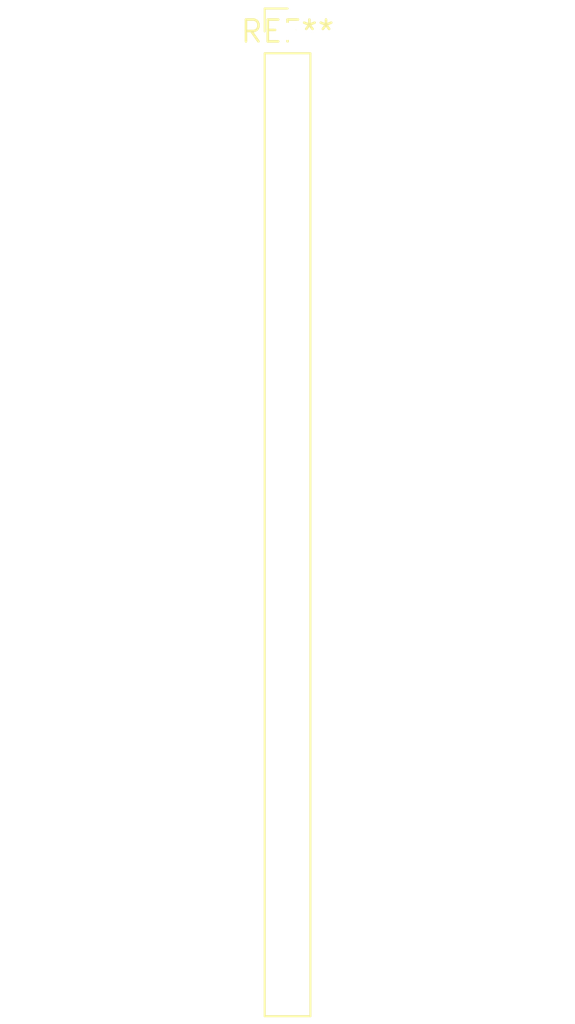
<source format=kicad_pcb>
(kicad_pcb (version 20240108) (generator pcbnew)
  (layers (0 "F.Cu" signal) (31 "B.Cu" signal) (34 "B.Paste" user) (35 "F.Paste" user) (36 "B.SilkS" user "B.Silkscreen") (37 "F.SilkS" user "F.Silkscreen") (38 "B.Mask" user) (39 "F.Mask" user) (44 "Edge.Cuts" user))
  (net 0 "")
  (footprint "PinHeader_1x23_P2.54mm_Vertical" (layer "F.Cu") (at 0 0)
    (property "Reference" "REF**")
    (property "Value" "PinHeader_1x23_P2.54mm_Vertical")
    (fp_line (start -1.33 -1.33) (end 0 -1.33) (layer "F.SilkS") (stroke (width 0.12)))
    (fp_line (start -1.33 0) (end -1.33 -1.33) (layer "F.SilkS") (stroke (width 0.12)))
    (fp_line (start -1.33 1.27) (end -1.33 57.21) (layer "F.SilkS") (stroke (width 0.12)))
    (fp_line (start -1.33 1.27) (end 1.33 1.27) (layer "F.SilkS") (stroke (width 0.12)))
    (fp_line (start -1.33 57.21) (end 1.33 57.21) (layer "F.SilkS") (stroke (width 0.12)))
    (fp_line (start 1.33 1.27) (end 1.33 57.21) (layer "F.SilkS") (stroke (width 0.12)))
    (pad "1" thru_hole rect (at 0 0) (size 1.7 1.7) (drill 1) (layers *.Cu *.Mask) (remove_unused_layers))
    (pad "2" thru_hole oval (at 0 2.54) (size 1.7 1.7) (drill 1) (layers *.Cu *.Mask) (remove_unused_layers))
    (pad "3" thru_hole oval (at 0 5.08) (size 1.7 1.7) (drill 1) (layers *.Cu *.Mask) (remove_unused_layers))
    (pad "4" thru_hole oval (at 0 7.62) (size 1.7 1.7) (drill 1) (layers *.Cu *.Mask) (remove_unused_layers))
    (pad "5" thru_hole oval (at 0 10.16) (size 1.7 1.7) (drill 1) (layers *.Cu *.Mask) (remove_unused_layers))
    (pad "6" thru_hole oval (at 0 12.7) (size 1.7 1.7) (drill 1) (layers *.Cu *.Mask) (remove_unused_layers))
    (pad "7" thru_hole oval (at 0 15.24) (size 1.7 1.7) (drill 1) (layers *.Cu *.Mask) (remove_unused_layers))
    (pad "8" thru_hole oval (at 0 17.78) (size 1.7 1.7) (drill 1) (layers *.Cu *.Mask) (remove_unused_layers))
    (pad "9" thru_hole oval (at 0 20.32) (size 1.7 1.7) (drill 1) (layers *.Cu *.Mask) (remove_unused_layers))
    (pad "10" thru_hole oval (at 0 22.86) (size 1.7 1.7) (drill 1) (layers *.Cu *.Mask) (remove_unused_layers))
    (pad "11" thru_hole oval (at 0 25.4) (size 1.7 1.7) (drill 1) (layers *.Cu *.Mask) (remove_unused_layers))
    (pad "12" thru_hole oval (at 0 27.94) (size 1.7 1.7) (drill 1) (layers *.Cu *.Mask) (remove_unused_layers))
    (pad "13" thru_hole oval (at 0 30.48) (size 1.7 1.7) (drill 1) (layers *.Cu *.Mask) (remove_unused_layers))
    (pad "14" thru_hole oval (at 0 33.02) (size 1.7 1.7) (drill 1) (layers *.Cu *.Mask) (remove_unused_layers))
    (pad "15" thru_hole oval (at 0 35.56) (size 1.7 1.7) (drill 1) (layers *.Cu *.Mask) (remove_unused_layers))
    (pad "16" thru_hole oval (at 0 38.1) (size 1.7 1.7) (drill 1) (layers *.Cu *.Mask) (remove_unused_layers))
    (pad "17" thru_hole oval (at 0 40.64) (size 1.7 1.7) (drill 1) (layers *.Cu *.Mask) (remove_unused_layers))
    (pad "18" thru_hole oval (at 0 43.18) (size 1.7 1.7) (drill 1) (layers *.Cu *.Mask) (remove_unused_layers))
    (pad "19" thru_hole oval (at 0 45.72) (size 1.7 1.7) (drill 1) (layers *.Cu *.Mask) (remove_unused_layers))
    (pad "20" thru_hole oval (at 0 48.26) (size 1.7 1.7) (drill 1) (layers *.Cu *.Mask) (remove_unused_layers))
    (pad "21" thru_hole oval (at 0 50.8) (size 1.7 1.7) (drill 1) (layers *.Cu *.Mask) (remove_unused_layers))
    (pad "22" thru_hole oval (at 0 53.34) (size 1.7 1.7) (drill 1) (layers *.Cu *.Mask) (remove_unused_layers))
    (pad "23" thru_hole oval (at 0 55.88) (size 1.7 1.7) (drill 1) (layers *.Cu *.Mask) (remove_unused_layers))
  )
)
</source>
